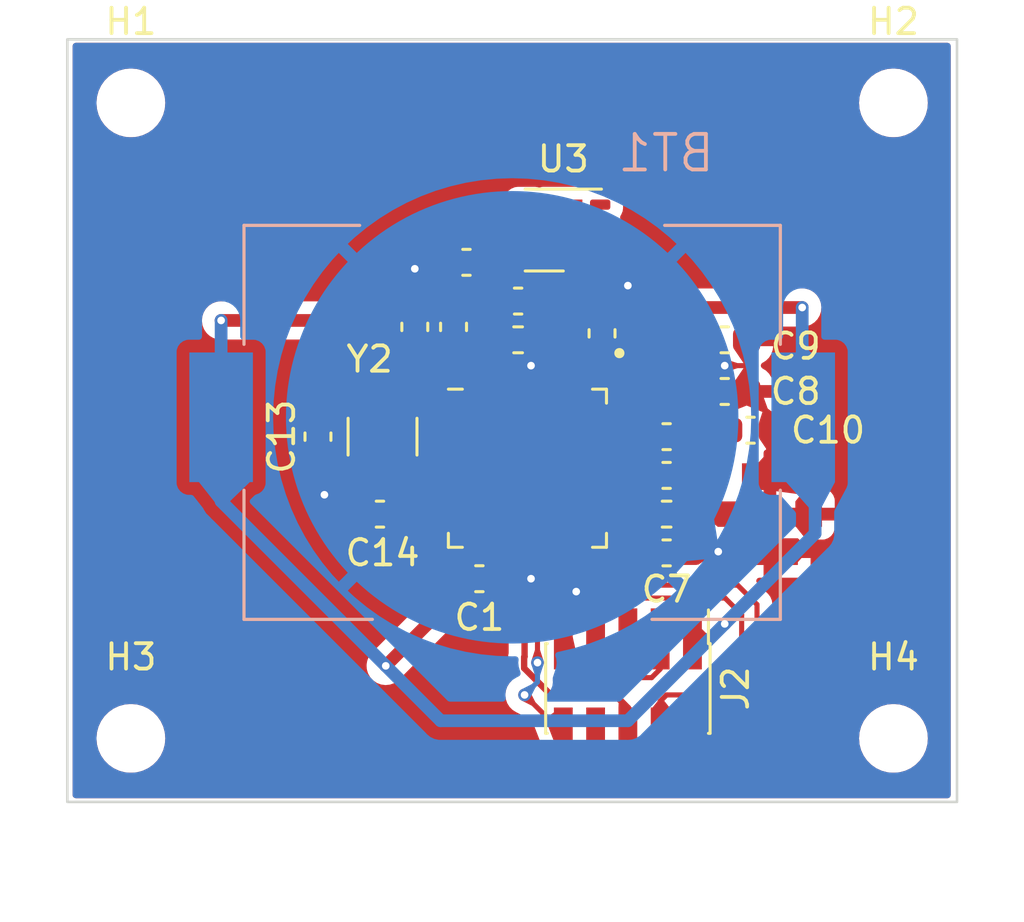
<source format=kicad_pcb>
(kicad_pcb (version 20221018) (generator pcbnew)
  (layers (0 "F.Cu" signal) (31 "B.Cu" signal) (34 "B.Paste" user) (35 "F.Paste" user) (36 "B.SilkS" user "B.Silkscreen") (37 "F.SilkS" user "F.Silkscreen") (38 "B.Mask" user) (39 "F.Mask" user) (44 "Edge.Cuts" user))
  (net 0 "")
  (net 1 "GND")
  (net 2 "+BATT")
  (net 3 "Net-(U2-DEC1)")
  (net 4 "Net-(U2-DEC2)")
  (net 5 "Net-(U2-DEC3)")
  (net 6 "Net-(U2-DEC4)")
  (net 7 "Net-(U2-ANT)")
  (net 8 "Net-(U2-XC1)")
  (net 9 "Net-(U2-XC2)")
  (net 10 "Net-(C10-Pad2)")
  (net 11 "Net-(U2-P0.00{slash}XL1)")
  (net 12 "Net-(U2-P0.01{slash}XL2)")
  (net 13 "Net-(J2-SWDIO{slash}TMS)")
  (net 14 "Net-(J2-SWDCLK{slash}TCK)")
  (net 15 "SWO")
  (net 18 "Net-(J2-~{RESET})")
  (net 19 "Net-(U2-DCC)")
  (net 40 "Net-(U2-P0.26)")
  (net 41 "Net-(U2-P0.27)")
  (footprint "Capacitor_SMD:C_0603_1608Metric_Pad1.08x0.95mm_HandSolder" (layer "F.Cu") (at 152.2995 90.678)
    (fp_text reference "C14" (at 0.1005 1.524) (layer "F.SilkS"))
    (fp_text value "9p")
    (fp_line (start -0.146267 -0.51) (end 0.146267 -0.51) (stroke (width 0.12)) (layer "F.SilkS"))
    (fp_line (start -0.146267 0.51) (end 0.146267 0.51) (stroke (width 0.12)) (layer "F.SilkS"))
    (pad "1" smd roundrect (at -0.8625 0) (size 1.075 0.95) (layers "F.Cu" "F.Paste" "F.Mask") (net 1 "GND"))
    (pad "2" smd roundrect (at 0.8625 0) (size 1.075 0.95) (layers "F.Cu" "F.Paste" "F.Mask") (net 12 "Net-(U2-P0.01{slash}XL2)"))
  )
  (footprint "Capacitor_SMD:C_0603_1608Metric_Pad1.08x0.95mm_HandSolder" (layer "F.Cu") (at 153.67 83.312 -90)
    (fp_text reference "C3" hide)
    (fp_text value "100n")
    (fp_line (start -0.146267 -0.51) (end 0.146267 -0.51) (stroke (width 0.12)) (layer "F.SilkS"))
    (fp_line (start -0.146267 0.51) (end 0.146267 0.51) (stroke (width 0.12)) (layer "F.SilkS"))
    (pad "1" smd roundrect (at -0.8625 0 270) (size 1.075 0.95) (layers "F.Cu" "F.Paste" "F.Mask") (net 1 "GND"))
    (pad "2" smd roundrect (at 0.8625 0 270) (size 1.075 0.95) (layers "F.Cu" "F.Paste" "F.Mask") (net 3 "Net-(U2-DEC1)"))
  )
  (footprint "Capacitor_SMD:C_0603_1608Metric_Pad1.08x0.95mm_HandSolder" (layer "F.Cu") (at 163.576 87.63 180)
    (fp_text reference "C5" hide)
    (fp_text value "100p")
    (fp_line (start -0.146267 -0.51) (end 0.146267 -0.51) (stroke (width 0.12)) (layer "F.SilkS"))
    (fp_line (start -0.146267 0.51) (end 0.146267 0.51) (stroke (width 0.12)) (layer "F.SilkS"))
    (pad "1" smd roundrect (at -0.8625 0 180) (size 1.075 0.95) (layers "F.Cu" "F.Paste" "F.Mask") (net 1 "GND"))
    (pad "2" smd roundrect (at 0.8625 0 180) (size 1.075 0.95) (layers "F.Cu" "F.Paste" "F.Mask") (net 5 "Net-(U2-DEC3)"))
  )
  (footprint "Package_DFN_QFN:QFN-48-1EP_6x6mm_P0.4mm_EP4.6x4.6mm" (layer "F.Cu") (at 158.1005 88.872)
    (fp_text reference "U2" hide)
    (fp_text value "nRF52832-QFxx")
    (fp_line (start -3.11 3.11) (end -3.11 2.56) (stroke (width 0.12)) (layer "F.SilkS"))
    (fp_line (start -2.56 -3.11) (end -3.11 -3.11) (stroke (width 0.12)) (layer "F.SilkS"))
    (fp_line (start -2.56 3.11) (end -3.11 3.11) (stroke (width 0.12)) (layer "F.SilkS"))
    (fp_line (start 2.56 -3.11) (end 3.11 -3.11) (stroke (width 0.12)) (layer "F.SilkS"))
    (fp_line (start 2.56 3.11) (end 3.11 3.11) (stroke (width 0.12)) (layer "F.SilkS"))
    (fp_line (start 3.11 -3.11) (end 3.11 -2.56) (stroke (width 0.12)) (layer "F.SilkS"))
    (fp_line (start 3.11 3.11) (end 3.11 2.56) (stroke (width 0.12)) (layer "F.SilkS"))
    (pad "1" smd roundrect (at -2.95 -2.2) (size 0.8 0.2) (layers "F.Cu" "F.Paste" "F.Mask") (net 3 "Net-(U2-DEC1)"))
    (pad "2" smd roundrect (at -2.95 -1.8) (size 0.8 0.2) (layers "F.Cu" "F.Paste" "F.Mask") (net 11 "Net-(U2-P0.00{slash}XL1)"))
    (pad "3" smd roundrect (at -2.95 -1.4) (size 0.8 0.2) (layers "F.Cu" "F.Paste" "F.Mask") (net 12 "Net-(U2-P0.01{slash}XL2)"))
    (pad "4" smd roundrect (at -2.95 -1) (size 0.8 0.2) (layers "F.Cu" "F.Paste" "F.Mask") (net 2 "+BATT"))
    (pad "5" smd roundrect (at -2.95 -0.6) (size 0.8 0.2) (layers "F.Cu" "F.Paste" "F.Mask"))
    (pad "6" smd roundrect (at -2.95 -0.2) (size 0.8 0.2) (layers "F.Cu" "F.Paste" "F.Mask"))
    (pad "7" smd roundrect (at -2.95 0.2) (size 0.8 0.2) (layers "F.Cu" "F.Paste" "F.Mask"))
    (pad "8" smd roundrect (at -2.95 0.6) (size 0.8 0.2) (layers "F.Cu" "F.Paste" "F.Mask"))
    (pad "9" smd roundrect (at -2.95 1) (size 0.8 0.2) (layers "F.Cu" "F.Paste" "F.Mask"))
    (pad "10" smd roundrect (at -2.95 1.4) (size 0.8 0.2) (layers "F.Cu" "F.Paste" "F.Mask"))
    (pad "11" smd roundrect (at -2.95 1.8) (size 0.8 0.2) (layers "F.Cu" "F.Paste" "F.Mask"))
    (pad "12" smd roundrect (at -2.95 2.2) (size 0.8 0.2) (layers "F.Cu" "F.Paste" "F.Mask"))
    (pad "13" smd roundrect (at -2.2 2.95) (size 0.2 0.8) (layers "F.Cu" "F.Paste" "F.Mask") (net 2 "+BATT"))
    (pad "14" smd roundrect (at -1.8 2.95) (size 0.2 0.8) (layers "F.Cu" "F.Paste" "F.Mask"))
    (pad "15" smd roundrect (at -1.4 2.95) (size 0.2 0.8) (layers "F.Cu" "F.Paste" "F.Mask"))
    (pad "16" smd roundrect (at -1 2.95) (size 0.2 0.8) (layers "F.Cu" "F.Paste" "F.Mask"))
    (pad "17" smd roundrect (at -0.6 2.95) (size 0.2 0.8) (layers "F.Cu" "F.Paste" "F.Mask") (net 1 "GND"))
    (pad "18" smd roundrect (at -0.2 2.95) (size 0.2 0.8) (layers "F.Cu" "F.Paste" "F.Mask"))
    (pad "19" smd roundrect (at 0.2 2.95) (size 0.2 0.8) (layers "F.Cu" "F.Paste" "F.Mask"))
    (pad "20" smd roundrect (at 0.6 2.95) (size 0.2 0.8) (layers "F.Cu" "F.Paste" "F.Mask"))
    (pad "21" smd roundrect (at 1 2.95) (size 0.2 0.8) (layers "F.Cu" "F.Paste" "F.Mask") (net 15 "SWO"))
    (pad "22" smd roundrect (at 1.4 2.95) (size 0.2 0.8) (layers "F.Cu" "F.Paste" "F.Mask"))
    (pad "23" smd roundrect (at 1.8 2.95) (size 0.2 0.8) (layers "F.Cu" "F.Paste" "F.Mask"))
    (pad "24" smd roundrect (at 2.2 2.95) (size 0.2 0.8) (layers "F.Cu" "F.Paste" "F.Mask") (net 18 "Net-(J2-~{RESET})"))
    (pad "25" smd roundrect (at 2.95 2.2) (size 0.8 0.2) (layers "F.Cu" "F.Paste" "F.Mask") (net 14 "Net-(J2-SWDCLK{slash}TCK)"))
    (pad "26" smd roundrect (at 2.95 1.8) (size 0.8 0.2) (layers "F.Cu" "F.Paste" "F.Mask") (net 13 "Net-(J2-SWDIO{slash}TMS)"))
    (pad "27" smd roundrect (at 2.95 1.4) (size 0.8 0.2) (layers "F.Cu" "F.Paste" "F.Mask"))
    (pad "28" smd roundrect (at 2.95 1) (size 0.8 0.2) (layers "F.Cu" "F.Paste" "F.Mask"))
    (pad "29" smd roundrect (at 2.95 0.6) (size 0.8 0.2) (layers "F.Cu" "F.Paste" "F.Mask"))
    (pad "30" smd roundrect (at 2.95 0.2) (size 0.8 0.2) (layers "F.Cu" "F.Paste" "F.Mask") (net 7 "Net-(U2-ANT)"))
    (pad "31" smd roundrect (at 2.95 -0.2) (size 0.8 0.2) (layers "F.Cu" "F.Paste" "F.Mask") (net 1 "GND"))
    (pad "32" smd roundrect (at 2.95 -0.6) (size 0.8 0.2) (layers "F.Cu" "F.Paste" "F.Mask") (net 4 "Net-(U2-DEC2)"))
    (pad "33" smd roundrect (at 2.95 -1) (size 0.8 0.2) (layers "F.Cu" "F.Paste" "F.Mask") (net 5 "Net-(U2-DEC3)"))
    (pad "34" smd roundrect (at 2.95 -1.4) (size 0.8 0.2) (layers "F.Cu" "F.Paste" "F.Mask") (net 8 "Net-(U2-XC1)"))
    (pad "35" smd roundrect (at 2.95 -1.8) (size 0.8 0.2) (layers "F.Cu" "F.Paste" "F.Mask") (net 9 "Net-(U2-XC2)"))
    (pad "36" smd roundrect (at 2.95 -2.2) (size 0.8 0.2) (layers "F.Cu" "F.Paste" "F.Mask") (net 2 "+BATT"))
    (pad "37" smd roundrect (at 2.2 -2.95) (size 0.2 0.8) (layers "F.Cu" "F.Paste" "F.Mask"))
    (pad "38" smd roundrect (at 1.8 -2.95) (size 0.2 0.8) (layers "F.Cu" "F.Paste" "F.Mask") (net 40 "Net-(U2-P0.26)"))
    (pad "39" smd roundrect (at 1.4 -2.95) (size 0.2 0.8) (layers "F.Cu" "F.Paste" "F.Mask") (net 41 "Net-(U2-P0.27)"))
    (pad "40" smd roundrect (at 1 -2.95) (size 0.2 0.8) (layers "F.Cu" "F.Paste" "F.Mask"))
    (pad "41" smd roundrect (at 0.6 -2.95) (size 0.2 0.8) (layers "F.Cu" "F.Paste" "F.Mask"))
    (pad "42" smd roundrect (at 0.2 -2.95) (size 0.2 0.8) (layers "F.Cu" "F.Paste" "F.Mask"))
    (pad "43" smd roundrect (at -0.2 -2.95) (size 0.2 0.8) (layers "F.Cu" "F.Paste" "F.Mask"))
    (pad "44" smd roundrect (at -0.6 -2.95) (size 0.2 0.8) (layers "F.Cu" "F.Paste" "F.Mask"))
    (pad "45" smd roundrect (at -1 -2.95) (size 0.2 0.8) (layers "F.Cu" "F.Paste" "F.Mask") (net 1 "GND"))
    (pad "46" smd roundrect (at -1.4 -2.95) (size 0.2 0.8) (layers "F.Cu" "F.Paste" "F.Mask") (net 6 "Net-(U2-DEC4)"))
    (pad "47" smd roundrect (at -1.8 -2.95) (size 0.2 0.8) (layers "F.Cu" "F.Paste" "F.Mask") (net 19 "Net-(U2-DCC)"))
    (pad "48" smd roundrect (at -2.2 -2.95) (size 0.2 0.8) (layers "F.Cu" "F.Paste" "F.Mask") (net 2 "+BATT"))
    (pad "49" smd rect (at 0 0) (size 4.6 4.6) (layers "F.Cu" "F.Mask") (net 1 "GND"))
  )
  (footprint "Capacitor_SMD:C_0603_1608Metric_Pad1.08x0.95mm_HandSolder" (layer "F.Cu") (at 165.862 83.82)
    (fp_text reference "C9" (at 2.794 0.254) (layer "F.SilkS"))
    (fp_text value "8p")
    (fp_line (start -0.146267 -0.51) (end 0.146267 -0.51) (stroke (width 0.12)) (layer "F.SilkS"))
    (fp_line (start -0.146267 0.51) (end 0.146267 0.51) (stroke (width 0.12)) (layer "F.SilkS"))
    (pad "1" smd roundrect (at -0.8625 0) (size 1.075 0.95) (layers "F.Cu" "F.Paste" "F.Mask") (net 9 "Net-(U2-XC2)"))
    (pad "2" smd roundrect (at 0.8625 0) (size 1.075 0.95) (layers "F.Cu" "F.Paste" "F.Mask") (net 1 "GND"))
  )
  (footprint "Capacitor_SMD:C_0603_1608Metric_Pad1.08x0.95mm_HandSolder" (layer "F.Cu") (at 163.576 89.154 180)
    (fp_text reference "C4" hide)
    (fp_text value "N/C")
    (fp_line (start -0.146267 -0.51) (end 0.146267 -0.51) (stroke (width 0.12)) (layer "F.SilkS"))
    (fp_line (start -0.146267 0.51) (end 0.146267 0.51) (stroke (width 0.12)) (layer "F.SilkS"))
    (pad "1" smd roundrect (at -0.8625 0 180) (size 1.075 0.95) (layers "F.Cu" "F.Paste" "F.Mask") (net 1 "GND"))
    (pad "2" smd roundrect (at 0.8625 0 180) (size 1.075 0.95) (layers "F.Cu" "F.Paste" "F.Mask") (net 4 "Net-(U2-DEC2)"))
  )
  (footprint "Capacitor_SMD:C_0603_1608Metric_Pad1.08x0.95mm_HandSolder" (layer "F.Cu") (at 149.86 87.63 90)
    (fp_text reference "C13" (at 0 -1.43 90) (layer "F.SilkS"))
    (fp_text value "9p")
    (fp_line (start -0.146267 -0.51) (end 0.146267 -0.51) (stroke (width 0.12)) (layer "F.SilkS"))
    (fp_line (start -0.146267 0.51) (end 0.146267 0.51) (stroke (width 0.12)) (layer "F.SilkS"))
    (pad "1" smd roundrect (at -0.8625 0 90) (size 1.075 0.95) (layers "F.Cu" "F.Paste" "F.Mask") (net 1 "GND"))
    (pad "2" smd roundrect (at 0.8625 0 90) (size 1.075 0.95) (layers "F.Cu" "F.Paste" "F.Mask") (net 11 "Net-(U2-P0.00{slash}XL1)"))
  )
  (footprint "MountingHole:MountingHole_2.2mm_M2" (layer "F.Cu") (at 142.5 74.5)
    (fp_text reference "H1" (at 0 -3.2) (layer "F.SilkS"))
    (fp_text value "MountingHole")
    (pad "" np_thru_hole circle (at 0 0) (size 2.2 2.2) (drill 2.2) (layers "*.Cu" "*.Mask"))
  )
  (footprint "_MyFootprints:AMPHENOL_A-1JB" (layer "F.Cu") (at 167.64 90.678 180)
    (fp_text reference "J3" hide)
    (fp_text value "A-1JB")
    (pad "GND1" smd rect (at 0 -1.475 180) (size 2.2 1.05) (layers "F.Cu" "F.Paste" "F.Mask") (net 1 "GND"))
    (pad "GND2" smd rect (at 0 1.475 180) (size 2.2 1.05) (layers "F.Cu" "F.Paste" "F.Mask") (net 1 "GND"))
    (pad "OPTIONAL_GND" smd rect (at -1.525 0 180) (size 1.05 1) (layers "F.Cu" "F.Paste" "F.Mask") (net 1 "GND"))
    (pad "SIGNAL" smd rect (at 1.525 0 180) (size 1.05 1) (layers "F.Cu" "F.Paste" "F.Mask") (net 10 "Net-(C10-Pad2)"))
  )
  (footprint "Resistor_SMD:R_1210_3225Metric" (layer "F.Cu") (at 152.4 87.63 90)
    (fp_text reference "Y2" (at 3.048 -0.508 180) (layer "F.SilkS"))
    (fp_text value "SC20S-9PF10PPM")
    (fp_line (start -0.723737 -1.355) (end 0.723737 -1.355) (stroke (width 0.12)) (layer "F.SilkS"))
    (fp_line (start -0.723737 1.355) (end 0.723737 1.355) (stroke (width 0.12)) (layer "F.SilkS"))
    (pad "1" smd roundrect (at -1.4625 0 90) (size 1.125 2.65) (layers "F.Cu" "F.Paste" "F.Mask") (roundrect_rratio 0.222222) (net 12 "Net-(U2-P0.01{slash}XL2)"))
    (pad "2" smd roundrect (at 1.4625 0 90) (size 1.125 2.65) (layers "F.Cu" "F.Paste" "F.Mask") (roundrect_rratio 0.222222) (net 11 "Net-(U2-P0.00{slash}XL1)"))
  )
  (footprint "MountingHole:MountingHole_2.2mm_M2" (layer "F.Cu") (at 172.5 99.5)
    (fp_text reference "H4" (at 0 -3.2) (layer "F.SilkS"))
    (fp_text value "MountingHole")
    (pad "" np_thru_hole circle (at 0 0) (size 2.2 2.2) (drill 2.2) (layers "*.Cu" "*.Mask"))
  )
  (footprint "Connector_PinHeader_1.27mm:PinHeader_2x05_P1.27mm_Vertical_SMD" (layer "F.Cu") (at 162.052 97.536 -90)
    (fp_text reference "J2" (at 0 -4.235 90) (layer "F.SilkS"))
    (fp_text value "Conn_ARM_JTAG_SWD_10")
    (fp_line (start -3.09 -3.17) (end -1.765 -3.17) (stroke (width 0.12)) (layer "F.SilkS"))
    (fp_line (start -1.765 -3.235) (end -1.765 -3.17) (stroke (width 0.12)) (layer "F.SilkS"))
    (fp_line (start -1.765 -3.235) (end 1.765 -3.235) (stroke (width 0.12)) (layer "F.SilkS"))
    (fp_line (start -1.765 3.17) (end -1.765 3.235) (stroke (width 0.12)) (layer "F.SilkS"))
    (fp_line (start -1.765 3.235) (end 1.765 3.235) (stroke (width 0.12)) (layer "F.SilkS"))
    (fp_line (start 1.765 -3.235) (end 1.765 -3.17) (stroke (width 0.12)) (layer "F.SilkS"))
    (fp_line (start 1.765 3.17) (end 1.765 3.235) (stroke (width 0.12)) (layer "F.SilkS"))
    (pad "1" smd rect (at -1.95 -2.54 270) (size 2.4 0.74) (layers "F.Cu" "F.Paste" "F.Mask") (net 2 "+BATT"))
    (pad "2" smd rect (at 1.95 -2.54 270) (size 2.4 0.74) (layers "F.Cu" "F.Paste" "F.Mask") (net 13 "Net-(J2-SWDIO{slash}TMS)"))
    (pad "3" smd rect (at -1.95 -1.27 270) (size 2.4 0.74) (layers "F.Cu" "F.Paste" "F.Mask") (net 1 "GND"))
    (pad "4" smd rect (at 1.95 -1.27 270) (size 2.4 0.74) (layers "F.Cu" "F.Paste" "F.Mask") (net 14 "Net-(J2-SWDCLK{slash}TCK)"))
    (pad "5" smd rect (at -1.95 0 270) (size 2.4 0.74) (layers "F.Cu" "F.Paste" "F.Mask") (net 1 "GND"))
    (pad "6" smd rect (at 1.95 0 270) (size 2.4 0.74) (layers "F.Cu" "F.Paste" "F.Mask") (net 15 "SWO"))
    (pad "7" smd rect (at -1.95 1.27 270) (size 2.4 0.74) (layers "F.Cu" "F.Paste" "F.Mask"))
    (pad "8" smd rect (at 1.95 1.27 270) (size 2.4 0.74) (layers "F.Cu" "F.Paste" "F.Mask"))
    (pad "9" smd rect (at -1.95 2.54 270) (size 2.4 0.74) (layers "F.Cu" "F.Paste" "F.Mask") (net 1 "GND"))
    (pad "10" smd rect (at 1.95 2.54 270) (size 2.4 0.74) (layers "F.Cu" "F.Paste" "F.Mask") (net 18 "Net-(J2-~{RESET})"))
  )
  (footprint "MountingHole:MountingHole_2.2mm_M2" (layer "F.Cu") (at 142.5 99.5)
    (fp_text reference "H3" (at 0 -3.2) (layer "F.SilkS"))
    (fp_text value "MountingHole")
    (pad "" np_thru_hole circle (at 0 0) (size 2.2 2.2) (drill 2.2) (layers "*.Cu" "*.Mask"))
  )
  (footprint "Package_DFN_QFN:DFN-6-1EP_3x3mm_P1mm_EP1.5x2.4mm" (layer "F.Cu") (at 159.512 79.502 180)
    (fp_text reference "U3" (at 0 2.794) (layer "F.SilkS"))
    (fp_text value "Si7021-A20")
    (fp_line (start -1.5 1.61) (end 1.5 1.61) (stroke (width 0.12)) (layer "F.SilkS"))
    (fp_line (start 0 -1.61) (end 1.5 -1.61) (stroke (width 0.12)) (layer "F.SilkS"))
    (pad "1" smd roundrect (at -1.45 -1 180) (size 0.8 0.4) (layers "F.Cu" "F.Paste" "F.Mask") (net 40 "Net-(U2-P0.26)"))
    (pad "2" smd roundrect (at -1.45 0 180) (size 0.8 0.4) (layers "F.Cu" "F.Paste" "F.Mask") (net 1 "GND"))
    (pad "3" smd roundrect (at -1.45 1 180) (size 0.8 0.4) (layers "F.Cu" "F.Paste" "F.Mask"))
    (pad "4" smd roundrect (at 1.45 1 180) (size 0.8 0.4) (layers "F.Cu" "F.Paste" "F.Mask"))
    (pad "5" smd roundrect (at 1.45 0 180) (size 0.8 0.4) (layers "F.Cu" "F.Paste" "F.Mask") (net 2 "+BATT"))
    (pad "6" smd roundrect (at 1.45 -1 180) (size 0.8 0.4) (layers "F.Cu" "F.Paste" "F.Mask") (net 41 "Net-(U2-P0.27)"))
    (pad "7" smd rect (at 0 0 180) (size 1.5 2.4) (layers "F.Cu" "F.Mask"))
  )
  (footprint "Capacitor_SMD:C_0603_1608Metric_Pad1.08x0.95mm_HandSolder" (layer "F.Cu") (at 157.734 82.296)
    (fp_text reference "C6" hide)
    (fp_text value "1u")
    (fp_line (start -0.146267 -0.51) (end 0.146267 -0.51) (stroke (width 0.12)) (layer "F.SilkS"))
    (fp_line (start -0.146267 0.51) (end 0.146267 0.51) (stroke (width 0.12)) (layer "F.SilkS"))
    (pad "1" smd roundrect (at -0.8625 0) (size 1.075 0.95) (layers "F.Cu" "F.Paste" "F.Mask") (net 1 "GND"))
    (pad "2" smd roundrect (at 0.8625 0) (size 1.075 0.95) (layers "F.Cu" "F.Paste" "F.Mask") (net 6 "Net-(U2-DEC4)"))
  )
  (footprint "Capacitor_SMD:C_0603_1608Metric_Pad1.08x0.95mm_HandSolder" (layer "F.Cu") (at 163.576 92.202 180)
    (fp_text reference "C7" (at 0 -1.43) (layer "F.SilkS"))
    (fp_text value ".8p")
    (fp_line (start -0.146267 -0.51) (end 0.146267 -0.51) (stroke (width 0.12)) (layer "F.SilkS"))
    (fp_line (start -0.146267 0.51) (end 0.146267 0.51) (stroke (width 0.12)) (layer "F.SilkS"))
    (pad "1" smd roundrect (at -0.8625 0 180) (size 1.075 0.95) (layers "F.Cu" "F.Paste" "F.Mask") (net 1 "GND"))
    (pad "2" smd roundrect (at 0.8625 0 180) (size 1.075 0.95) (layers "F.Cu" "F.Paste" "F.Mask") (net 7 "Net-(U2-ANT)"))
  )
  (footprint "Capacitor_SMD:C_0603_1608Metric_Pad1.08x0.95mm_HandSolder" (layer "F.Cu") (at 165.862 85.852)
    (fp_text reference "C8" (at 2.794 0) (layer "F.SilkS"))
    (fp_text value "8p")
    (fp_line (start -0.146267 -0.51) (end 0.146267 -0.51) (stroke (width 0.12)) (layer "F.SilkS"))
    (fp_line (start -0.146267 0.51) (end 0.146267 0.51) (stroke (width 0.12)) (layer "F.SilkS"))
    (pad "1" smd roundrect (at -0.8625 0) (size 1.075 0.95) (layers "F.Cu" "F.Paste" "F.Mask") (net 8 "Net-(U2-XC1)"))
    (pad "2" smd roundrect (at 0.8625 0) (size 1.075 0.95) (layers "F.Cu" "F.Paste" "F.Mask") (net 1 "GND"))
  )
  (footprint "Capacitor_SMD:C_0603_1608Metric_Pad1.08x0.95mm_HandSolder" (layer "F.Cu") (at 155.702 80.772 180)
    (fp_text reference "C15" hide)
    (fp_text value "100n")
    (fp_line (start -0.146267 -0.51) (end 0.146267 -0.51) (stroke (width 0.12)) (layer "F.SilkS"))
    (fp_line (start -0.146267 0.51) (end 0.146267 0.51) (stroke (width 0.12)) (layer "F.SilkS"))
    (pad "1" smd roundrect (at -0.8625 0 180) (size 1.075 0.95) (layers "F.Cu" "F.Paste" "F.Mask") (net 2 "+BATT"))
    (pad "2" smd roundrect (at 0.8625 0 180) (size 1.075 0.95) (layers "F.Cu" "F.Paste" "F.Mask") (net 1 "GND"))
  )
  (footprint "Capacitor_SMD:C_0603_1608Metric_Pad1.08x0.95mm_HandSolder" (layer "F.Cu") (at 161.036 83.566 90)
    (fp_text reference "C12" hide)
    (fp_text value "100n")
    (fp_line (start -0.146267 -0.51) (end 0.146267 -0.51) (stroke (width 0.12)) (layer "F.SilkS"))
    (fp_line (start -0.146267 0.51) (end 0.146267 0.51) (stroke (width 0.12)) (layer "F.SilkS"))
    (pad "1" smd roundrect (at -0.8625 0 90) (size 1.075 0.95) (layers "F.Cu" "F.Paste" "F.Mask") (net 2 "+BATT"))
    (pad "2" smd roundrect (at 0.8625 0 90) (size 1.075 0.95) (layers "F.Cu" "F.Paste" "F.Mask") (net 1 "GND"))
  )
  (footprint "Inductor_SMD:L_0603_1608Metric_Pad1.05x0.95mm_HandSolder" (layer "F.Cu") (at 157.734 83.82)
    (fp_text reference "L1" hide)
    (fp_text value "10uH")
    (fp_line (start -0.171267 -0.51) (end 0.171267 -0.51) (stroke (width 0.12)) (layer "F.SilkS"))
    (fp_line (start -0.171267 0.51) (end 0.171267 0.51) (stroke (width 0.12)) (layer "F.SilkS"))
    (pad "1" smd roundrect (at -0.875 0) (size 1.05 0.95) (layers "F.Cu" "F.Paste" "F.Mask") (net 19 "Net-(U2-DCC)"))
    (pad "2" smd roundrect (at 0.875 0) (size 1.05 0.95) (layers "F.Cu" "F.Paste" "F.Mask") (net 6 "Net-(U2-DEC4)"))
  )
  (footprint "Capacitor_SMD:C_0603_1608Metric_Pad1.08x0.95mm_HandSolder" (layer "F.Cu") (at 155.194 83.312 90)
    (fp_text reference "C2" hide)
    (fp_text value "100n")
    (fp_line (start -0.146267 -0.51) (end 0.146267 -0.51) (stroke (width 0.12)) (layer "F.SilkS"))
    (fp_line (start -0.146267 0.51) (end 0.146267 0.51) (stroke (width 0.12)) (layer "F.SilkS"))
    (pad "1" smd roundrect (at -0.8625 0 90) (size 1.075 0.95) (layers "F.Cu" "F.Paste" "F.Mask") (net 2 "+BATT"))
    (pad "2" smd roundrect (at 0.8625 0 90) (size 1.075 0.95) (layers "F.Cu" "F.Paste" "F.Mask") (net 1 "GND"))
  )
  (footprint "Capacitor_SMD:C_0603_1608Metric_Pad1.08x0.95mm_HandSolder" (layer "F.Cu") (at 156.21 93.218)
    (fp_text reference "C1" (at 0 1.524) (layer "F.SilkS"))
    (fp_text value "1u")
    (fp_line (start -0.146267 -0.51) (end 0.146267 -0.51) (stroke (width 0.12)) (layer "F.SilkS"))
    (fp_line (start -0.146267 0.51) (end 0.146267 0.51) (stroke (width 0.12)) (layer "F.SilkS"))
    (pad "1" smd roundrect (at -0.8625 0) (size 1.075 0.95) (layers "F.Cu" "F.Paste" "F.Mask") (net 2 "+BATT"))
    (pad "2" smd roundrect (at 0.8625 0) (size 1.075 0.95) (layers "F.Cu" "F.Paste" "F.Mask") (net 1 "GND"))
  )
  (footprint "MountingHole:MountingHole_2.2mm_M2" (layer "F.Cu") (at 172.5 74.5)
    (fp_text reference "H2" (at 0 -3.2) (layer "F.SilkS"))
    (fp_text value "MountingHole")
    (pad "" np_thru_hole circle (at 0 0) (size 2.2 2.2) (drill 2.2) (layers "*.Cu" "*.Mask"))
  )
  (footprint "Inductor_SMD:L_0603_1608Metric_Pad1.05x0.95mm_HandSolder" (layer "F.Cu") (at 163.576 90.678)
    (fp_text reference "L2" hide)
    (fp_text value "3.9nH")
    (fp_line (start -0.171267 -0.51) (end 0.171267 -0.51) (stroke (width 0.12)) (layer "F.SilkS"))
    (fp_line (start -0.171267 0.51) (end 0.171267 0.51) (stroke (width 0.12)) (layer "F.SilkS"))
    (pad "1" smd roundrect (at -0.875 0) (size 1.05 0.95) (layers "F.Cu" "F.Paste" "F.Mask") (net 7 "Net-(U2-ANT)"))
    (pad "2" smd roundrect (at 0.875 0) (size 1.05 0.95) (layers "F.Cu" "F.Paste" "F.Mask") (net 10 "Net-(C10-Pad2)"))
  )
  (footprint "_MyFootprints:OSC_XRCGB32M000F1H01R0" (layer "F.Cu") (at 163.068 85.344)
    (fp_text reference "Y1" hide)
    (fp_text value "XRCGB32M000F1H01R0")
    (fp_circle (center -1.35 -1) (end -1.25 -1) (stroke (width 0.2)) (fill none) (layer "F.SilkS"))
    (pad "1" smd rect (at -0.5 -0.675) (size 0.7 0.75) (layers "F.Cu" "F.Paste" "F.Mask") (net 9 "Net-(U2-XC2)"))
    (pad "2" smd rect (at -0.5 0.675) (size 0.7 0.75) (layers "F.Cu" "F.Paste" "F.Mask"))
    (pad "3" smd rect (at 0.5 0.675) (size 0.7 0.75) (layers "F.Cu" "F.Paste" "F.Mask") (net 8 "Net-(U2-XC1)"))
    (pad "4" smd rect (at 0.5 -0.675) (size 0.7 0.75) (layers "F.Cu" "F.Paste" "F.Mask"))
  )
  (footprint "Capacitor_SMD:C_0603_1608Metric_Pad1.08x0.95mm_HandSolder" (layer "F.Cu") (at 166.878 87.376 180)
    (fp_text reference "C10" (at -3.048 0) (layer "F.SilkS"))
    (fp_text value "1.2p")
    (fp_line (start -0.146267 -0.51) (end 0.146267 -0.51) (stroke (width 0.12)) (layer "F.SilkS"))
    (fp_line (start -0.146267 0.51) (end 0.146267 0.51) (stroke (width 0.12)) (layer "F.SilkS"))
    (pad "1" smd roundrect (at -0.8625 0 180) (size 1.075 0.95) (layers "F.Cu" "F.Paste" "F.Mask") (net 1 "GND"))
    (pad "2" smd roundrect (at 0.8625 0 180) (size 1.075 0.95) (layers "F.Cu" "F.Paste" "F.Mask") (net 10 "Net-(C10-Pad2)"))
  )
  (footprint "_MyFootprints:BAT_BAT-HLD-001" (layer "B.Cu") (at 157.5 86.868 180)
    (fp_text reference "BT1" (at -6.055 10.389) (layer "B.SilkS") (effects (font (size 1.4 1.4)) (justify mirror)))
    (fp_text value "BAT-HLD-001")
    (fp_line (start -10.55 -7.95) (end -5.5 -7.95) (stroke (width 0.127)) (layer "B.SilkS"))
    (fp_line (start -10.55 -2.87) (end -10.55 -7.95) (stroke (width 0.127)) (layer "B.SilkS"))
    (fp_line (start -10.55 2.87) (end -10.55 7.55) (stroke (width 0.127)) (layer "B.SilkS"))
    (fp_line (start -10.55 7.55) (end -6 7.55) (stroke (width 0.127)) (layer "B.SilkS"))
    (fp_line (start 5.5 -7.95) (end 10.55 -7.95) (stroke (width 0.127)) (layer "B.SilkS"))
    (fp_line (start 6 7.55) (end 10.55 7.55) (stroke (width 0.127)) (layer "B.SilkS"))
    (fp_line (start 10.55 -7.95) (end 10.55 -2.87) (stroke (width 0.127)) (layer "B.SilkS"))
    (fp_line (start 10.55 7.55) (end 10.55 2.87) (stroke (width 0.127)) (layer "B.SilkS"))
    (pad "N1" smd circle (at 0 0 180) (size 17.8 17.8) (layers "B.Cu" "B.Mask") (net 1 "GND"))
    (pad "P1" smd rect (at -11.45 0 180) (size 2.5 5.1) (layers "B.Cu" "B.Paste" "B.Mask") (net 2 "+BATT"))
    (pad "P2" smd rect (at 11.45 0 180) (size 2.5 5.1) (layers "B.Cu" "B.Paste" "B.Mask") (net 2 "+BATT"))
  )
  (gr_rect (start 140 72) (end 175 102) (stroke (width 0.1)) (fill none) (layer "Edge.Cuts"))
  (segment (start 166.7245 84.836) (end 166.7245 83.82) (width 0.2) (layer "F.Cu") (net 1))
  (segment (start 150.114 90.424) (end 150.368 90.678) (width 0.2) (layer "F.Cu") (net 1))
  (segment (start 162.052 95.586) (end 162.052 97.11) (width 0.2) (layer "F.Cu") (net 1))
  (segment (start 157.0725 93.218) (end 158.242 93.218) (width 0.2) (layer "F.Cu") (net 1))
  (segment (start 159.512 95.586) (end 159.512 94.234) (width 0.2) (layer "F.Cu") (net 1))
  (segment (start 157.1005 85.497736) (end 157.1005 85.922) (width 0.2) (layer "F.Cu") (net 1))
  (segment (start 167.64 89.203) (end 168.454 89.203) (width 0.2) (layer "F.Cu") (net 1))
  (segment (start 157.1005 87.872) (end 158.1005 88.872) (width 0.2) (layer "F.Cu") (net 1))
  (segment (start 157.5005 91.822) (end 157.5005 92.79) (width 0.2) (layer "F.Cu") (net 1))
  (segment (start 157.5005 91.822) (end 157.5005 89.472) (width 0.2) (layer "F.Cu") (net 1))
  (segment (start 162.052 79.502) (end 160.962 79.502) (width 0.2) (layer "F.Cu") (net 1))
  (segment (start 162.986 97.11) (end 163.322 96.774) (width 0.2) (layer "F.Cu") (net 1))
  (segment (start 167.7405 87.376) (end 167.7405 89.1025) (width 0.2) (layer "F.Cu") (net 1))
  (segment (start 155.194 82.4495) (end 155.3475 82.296) (width 0.2) (layer "F.Cu") (net 1))
  (segment (start 149.86 88.4925) (end 149.86 89.662) (width 0.2) (layer "F.Cu") (net 1))
  (segment (start 162.052 81.6875) (end 162.052 79.502) (width 0.2) (layer "F.Cu") (net 1))
  (segment (start 154.8395 82.095) (end 155.194 82.4495) (width 0.2) (layer "F.Cu") (net 1))
  (segment (start 161.0505 88.672) (end 158.3005 88.672) (width 0.2) (layer "F.Cu") (net 1))
  (segment (start 154.5855 81.026) (end 154.8395 80.772) (width 0.2) (layer "F.Cu") (net 1))
  (segment (start 157.762236 84.836) (end 157.1005 85.497736) (width 0.2) (layer "F.Cu") (net 1))
  (segment (start 167.7405 86.868) (end 166.7245 85.852) (width 0.2) (layer "F.Cu") (net 1))
  (segment (start 165.4545 86.614) (end 165.9625 86.614) (width 0.2) (layer "F.Cu") (net 1))
  (segment (start 168.656 92.456) (end 169.165 91.947) (width 0.2) (layer "F.Cu") (net 1))
  (segment (start 163.322 96.774) (end 163.322 95.586) (width 0.2) (layer "F.Cu") (net 1))
  (segment (start 157.5005 92.79) (end 157.0725 93.218) (width 0.2) (layer "F.Cu") (net 1))
  (segment (start 154.8395 80.772) (end 154.8395 82.095) (width 0.2) (layer "F.Cu") (net 1))
  (segment (start 164.4385 87.63) (end 165.4545 86.614) (width 0.2) (layer "F.Cu") (net 1))
  (segment (start 167.943 92.456) (end 168.656 92.456) (width 0.2) (layer "F.Cu") (net 1))
  (segment (start 166.7245 84.836) (end 165.862 84.836) (width 0.2) (layer "F.Cu") (net 1))
  (segment (start 160.206 97.11) (end 162.052 97.11) (width 0.2) (layer "F.Cu") (net 1))
  (segment (start 167.7405 87.376) (end 167.7405 86.868) (width 0.2) (layer "F.Cu") (net 1))
  (segment (start 169.165 91.947) (end 169.165 90.678) (width 0.2) (layer "F.Cu") (net 1))
  (segment (start 150.114 89.916) (end 150.114 90.424) (width 0.2) (layer "F.Cu") (net 1))
  (segment (start 164.4875 92.153) (end 167.64 92.153) (width 0.2) (layer "F.Cu") (net 1))
  (segment (start 158.3005 88.672) (end 158.1005 88.872) (width 0.2) (layer "F.Cu") (net 1))
  (segment (start 157.5005 89.472) (end 158.1005 88.872) (width 0.2) (layer "F.Cu") (net 1))
  (segment (start 153.67 82.4495) (end 155.194 82.4495) (width 0.2) (layer "F.Cu") (net 1))
  (segment (start 166.7245 85.852) (end 166.7245 84.836) (width 0.2) (layer "F.Cu") (net 1))
  (segment (start 164.4385 89.154) (end 164.4385 87.63) (width 0.2) (layer "F.Cu") (net 1))
  (segment (start 159.512 96.416) (end 160.206 97.11) (width 0.2) (layer "F.Cu") (net 1))
  (segment (start 158.242 84.836) (end 157.762236 84.836) (width 0.2) (layer "F.Cu") (net 1))
  (segment (start 167.64 92.153) (end 167.943 92.456) (width 0.2) (layer "F.Cu") (net 1))
  (segment (start 157.1005 85.922) (end 157.1005 87.872) (width 0.2) (layer "F.Cu") (net 1))
  (segment (start 155.3475 82.296) (end 156.8715 82.296) (width 0.2) (layer "F.Cu") (net 1))
  (segment (start 168.454 89.203) (end 169.165 89.914) (width 0.2) (layer "F.Cu") (net 1))
  (segment (start 159.512 95.586) (end 159.512 96.416) (width 0.2) (layer "F.Cu") (net 1))
  (segment (start 150.368 90.678) (end 151.437 90.678) (width 0.2) (layer "F.Cu") (net 1))
  (segment (start 149.86 89.662) (end 150.114 89.916) (width 0.2) (layer "F.Cu") (net 1))
  (segment (start 164.4385 92.202) (end 164.4875 92.153) (width 0.2) (layer "F.Cu") (net 1))
  (segment (start 159.512 94.234) (end 160.02 93.726) (width 0.2) (layer "F.Cu") (net 1))
  (segment (start 167.7405 89.1025) (end 167.64 89.203) (width 0.2) (layer "F.Cu") (net 1))
  (segment (start 153.67 81.026) (end 154.5855 81.026) (width 0.2) (layer "F.Cu") (net 1))
  (segment (start 165.9625 86.614) (end 166.7245 85.852) (width 0.2) (layer "F.Cu") (net 1))
  (segment (start 169.165 89.914) (end 169.165 90.678) (width 0.2) (layer "F.Cu") (net 1))
  (segment (start 162.052 97.11) (end 162.986 97.11) (width 0.2) (layer "F.Cu") (net 1))
  (segment (start 153.67 82.4495) (end 153.67 81.026) (width 0.2) (layer "F.Cu") (net 1))
  (segment (start 161.036 82.7035) (end 162.052 81.6875) (width 0.2) (layer "F.Cu") (net 1))
  (via (at 150.114 89.916) (size 0.5) (drill 0.3) (layers "F.Cu" "B.Cu") (net 1))
  (via (at 162.052 81.6875) (size 0.5) (drill 0.3) (layers "F.Cu" "B.Cu") (net 1))
  (via (at 165.608 92.153) (size 0.5) (drill 0.3) (layers "F.Cu" "B.Cu") (net 1))
  (via (at 153.67 81.026) (size 0.5) (drill 0.3) (layers "F.Cu" "B.Cu") (net 1))
  (via (at 160.02 93.726) (size 0.5) (drill 0.3) (layers "F.Cu" "B.Cu") (net 1))
  (via (at 158.242 93.218) (size 0.5) (drill 0.3) (layers "F.Cu" "B.Cu") (net 1))
  (via (at 158.242 84.836) (size 0.5) (drill 0.3) (layers "F.Cu" "B.Cu") (net 1))
  (via (at 165.862 84.836) (size 0.5) (drill 0.3) (layers "F.Cu" "B.Cu") (net 1))
  (segment (start 163.253 92.153) (end 157.968 86.868) (width 0.2) (layer "B.Cu") (net 1))
  (segment (start 165.608 92.153) (end 163.253 92.153) (width 0.5) (layer "B.Cu") (net 1))
  (segment (start 154.178 88.420236) (end 154.726236 87.872) (width 0.2) (layer "F.Cu") (net 2))
  (segment (start 155.9005 85.922) (end 155.194 85.2155) (width 0.2) (layer "F.Cu") (net 2))
  (segment (start 157.8345 79.502) (end 156.5645 80.772) (width 0.2) (layer "F.Cu") (net 2))
  (segment (start 154.178 92.0485) (end 154.178 88.420236) (width 0.2) (layer "F.Cu") (net 2))
  (segment (start 152.654 83.058) (end 152.654 81.334893) (width 0.2) (layer "F.Cu") (net 2))
  (segment (start 152.833 83.237) (end 154.2565 83.237) (width 0.2) (layer "F.Cu") (net 2))
  (segment (start 155.8025 80.01) (end 156.5645 80.772) (width 0.2) (layer "F.Cu") (net 2))
  (segment (start 161.0505 84.443) (end 161.036 84.4285) (width 0.2) (layer "F.Cu") (net 2))
  (segment (start 165.862 94.996) (end 165.272 95.586) (width 0.2) (layer "F.Cu") (net 2))
  (segment (start 158.062 79.502) (end 157.8345 79.502) (width 0.2) (layer "F.Cu") (net 2))
  (segment (start 155.3475 93.218) (end 155.3475 92.375) (width 0.2) (layer "F.Cu") (net 2))
  (segment (start 155.3475 93.8265) (end 152.527 96.647) (width 0.5) (layer "F.Cu") (net 2))
  (segment (start 153.978893 80.01) (end 155.8025 80.01) (width 0.2) (layer "F.Cu") (net 2))
  (segment (start 155.3475 93.218) (end 155.3475 93.8265) (width 0.2) (layer "F.Cu") (net 2))
  (segment (start 152.654 81.334893) (end 153.978893 80.01) (width 0.2) (layer "F.Cu") (net 2))
  (segment (start 155.194 85.2155) (end 155.194 84.1745) (width 0.2) (layer "F.Cu") (net 2))
  (segment (start 155.3475 93.218) (end 154.178 92.0485) (width 0.2) (layer "F.Cu") (net 2))
  (segment (start 152.654 83.058) (end 146.05 83.058) (width 0.5) (layer "F.Cu") (net 2))
  (segment (start 155.3475 92.375) (end 155.9005 91.822) (width 0.2) (layer "F.Cu") (net 2))
  (segment (start 162.9145 82.55) (end 161.036 84.4285) (width 0.5) (layer "F.Cu") (net 2))
  (segment (start 154.726236 87.872) (end 155.1505 87.872) (width 0.2) (layer "F.Cu") (net 2))
  (segment (start 161.0505 86.672) (end 161.0505 84.443) (width 0.2) (layer "F.Cu") (net 2))
  (segment (start 154.2565 83.237) (end 155.194 84.1745) (width 0.2) (layer "F.Cu") (net 2))
  (segment (start 165.272 95.586) (end 164.592 95.586) (width 0.2) (layer "F.Cu") (net 2))
  (segment (start 168.91 82.55) (end 162.9145 82.55) (width 0.5) (layer "F.Cu") (net 2))
  (segment (start 152.654 83.058) (end 152.833 83.237) (width 0.2) (layer "F.Cu") (net 2))
  (via (at 152.527 96.647) (size 0.5) (drill 0.3) (layers "F.Cu" "B.Cu") (net 2))
  (via (at 168.91 82.55) (size 0.5) (drill 0.3) (layers "F.Cu" "B.Cu") (net 2))
  (via (at 146.05 83.058) (size 0.5) (drill 0.3) (layers "F.Cu" "B.Cu") (net 2))
  (via (at 165.862 94.996) (size 0.5) (drill 0.3) (layers "F.Cu" "B.Cu") (net 2))
  (segment (start 152.527 96.647) (end 154.686 98.806) (width 0.5) (layer "B.Cu") (net 2))
  (segment (start 168.91 82.55) (end 168.91 84.328) (width 0.5) (layer "B.Cu") (net 2))
  (segment (start 146.05 84.916) (end 146.518 85.384) (width 0.5) (layer "B.Cu") (net 2))
  (segment (start 169.418 91.44) (end 165.862 94.996) (width 0.5) (layer "B.Cu") (net 2))
  (segment (start 154.686 98.806) (end 162.052 98.806) (width 0.5) (layer "B.Cu") (net 2))
  (segment (start 162.052 98.806) (end 165.862 94.996) (width 0.5) (layer "B.Cu") (net 2))
  (segment (start 152.527 96.647) (end 146.05 90.17) (width 0.5) (layer "B.Cu") (net 2))
  (segment (start 146.05 90.17) (end 146.05 86.868) (width 0.5) (layer "B.Cu") (net 2))
  (segment (start 146.05 83.058) (end 146.05 84.916) (width 0.5) (layer "B.Cu") (net 2))
  (segment (start 146.518 85.384) (end 146.518 86.868) (width 0.2) (layer "B.Cu") (net 2))
  (segment (start 168.91 84.328) (end 169.418 84.836) (width 0.5) (layer "B.Cu") (net 2))
  (segment (start 169.418 84.836) (end 169.418 91.44) (width 0.5) (layer "B.Cu") (net 2))
  (segment (start 155.1505 86.5705) (end 153.67 85.09) (width 0.2) (layer "F.Cu") (net 3))
  (segment (start 153.67 85.09) (end 153.67 84.1745) (width 0.2) (layer "F.Cu") (net 3))
  (segment (start 155.1505 86.672) (end 155.1505 86.5705) (width 0.2) (layer "F.Cu") (net 3))
  (segment (start 162.7135 89.154) (end 162.502571 88.943071) (width 0.2) (layer "F.Cu") (net 4))
  (segment (start 162.128571 88.272) (end 161.0505 88.272) (width 0.2) (layer "F.Cu") (net 4))
  (segment (start 162.502571 88.646) (end 162.128571 88.272) (width 0.2) (layer "F.Cu") (net 4))
  (segment (start 162.502571 88.943071) (end 162.502571 88.646) (width 0.2) (layer "F.Cu") (net 4))
  (segment (start 162.4715 87.872) (end 161.0505 87.872) (width 0.2) (layer "F.Cu") (net 5))
  (segment (start 162.7135 87.63) (end 162.4715 87.872) (width 0.2) (layer "F.Cu") (net 5))
  (segment (start 156.7005 85.3615) (end 158.242 83.82) (width 0.2) (layer "F.Cu") (net 6))
  (segment (start 158.609 83.82) (end 158.609 82.3085) (width 0.2) (layer "F.Cu") (net 6))
  (segment (start 156.7005 85.922) (end 156.7005 85.3615) (width 0.2) (layer "F.Cu") (net 6))
  (segment (start 158.242 83.82) (end 158.609 83.82) (width 0.2) (layer "F.Cu") (net 6))
  (segment (start 158.609 82.3085) (end 158.5965 82.296) (width 0.2) (layer "F.Cu") (net 6))
  (segment (start 162.306 90.678) (end 162.701 90.678) (width 0.2) (layer "F.Cu") (net 7))
  (segment (start 161.474764 89.072) (end 161.798 89.395236) (width 0.2) (layer "F.Cu") (net 7))
  (segment (start 161.798 89.395236) (end 161.798 90.17) (width 0.2) (layer "F.Cu") (net 7))
  (segment (start 162.701 92.1895) (end 162.701 90.678) (width 0.2) (layer "F.Cu") (net 7))
  (segment (start 161.798 90.17) (end 162.306 90.678) (width 0.2) (layer "F.Cu") (net 7))
  (segment (start 161.0505 89.072) (end 161.474764 89.072) (width 0.2) (layer "F.Cu") (net 7))
  (segment (start 162.7135 92.202) (end 162.701 92.1895) (width 0.2) (layer "F.Cu") (net 7))
  (segment (start 161.0505 87.472) (end 161.926 87.472) (width 0.2) (layer "F.Cu") (net 8))
  (segment (start 162.248571 86.868) (end 163.294 86.868) (width 0.2) (layer "F.Cu") (net 8))
  (segment (start 163.568 86.019) (end 164.8325 86.019) (width 0.2) (layer "F.Cu") (net 8))
  (segment (start 163.568 86.594) (end 163.568 86.019) (width 0.2) (layer "F.Cu") (net 8))
  (segment (start 163.294 86.868) (end 163.568 86.594) (width 0.2) (layer "F.Cu") (net 8))
  (segment (start 161.926 87.472) (end 161.926 87.190571) (width 0.2) (layer "F.Cu") (net 8))
  (segment (start 161.926 87.190571) (end 162.248571 86.868) (width 0.2) (layer "F.Cu") (net 8))
  (segment (start 164.8325 86.019) (end 164.9995 85.852) (width 0.2) (layer "F.Cu") (net 8))
  (segment (start 162.568 84.094) (end 162.568 84.669) (width 0.2) (layer "F.Cu") (net 9))
  (segment (start 161.549596 87.072) (end 161.0505 87.072) (width 0.2) (layer "F.Cu") (net 9))
  (segment (start 162.568 84.669) (end 161.775798 85.461202) (width 0.2) (layer "F.Cu") (net 9))
  (segment (start 164.9995 83.82) (end 162.842 83.82) (width 0.2) (layer "F.Cu") (net 9))
  (segment (start 161.775798 85.461202) (end 161.775798 86.845798) (width 0.2) (layer "F.Cu") (net 9))
  (segment (start 161.775798 86.845798) (end 161.549596 87.072) (width 0.2) (layer "F.Cu") (net 9))
  (segment (start 162.842 83.82) (end 162.568 84.094) (width 0.2) (layer "F.Cu") (net 9))
  (segment (start 165.862 87.376) (end 165.608 87.63) (width 0.2) (layer "F.Cu") (net 10))
  (segment (start 165.608 87.63) (end 165.608 90.424) (width 0.2) (layer "F.Cu") (net 10))
  (segment (start 164.451 90.678) (end 166.115 90.678) (width 0.2) (layer "F.Cu") (net 10))
  (segment (start 166.0155 87.376) (end 165.862 87.376) (width 0.2) (layer "F.Cu") (net 10))
  (segment (start 149.86 86.7675) (end 150.46 86.1675) (width 0.2) (layer "F.Cu") (net 11))
  (segment (start 150.46 86.1675) (end 152.4 86.1675) (width 0.2) (layer "F.Cu") (net 11))
  (segment (start 155.1505 87.072) (end 153.3045 87.072) (width 0.2) (layer "F.Cu") (net 11))
  (segment (start 153.3045 87.072) (end 152.4 86.1675) (width 0.2) (layer "F.Cu") (net 11))
  (segment (start 153.162 90.678) (end 153.162 89.8545) (width 0.2) (layer "F.Cu") (net 12))
  (segment (start 154.0205 87.472) (end 152.4 89.0925) (width 0.2) (layer "F.Cu") (net 12))
  (segment (start 153.162 89.8545) (end 152.4 89.0925) (width 0.2) (layer "F.Cu") (net 12))
  (segment (start 155.1505 87.472) (end 154.0205 87.472) (width 0.2) (layer "F.Cu") (net 12))
  (segment (start 161.798 92.964) (end 161.798 90.932) (width 0.2) (layer "F.Cu") (net 13))
  (segment (start 162.306 93.472) (end 161.798 92.964) (width 0.2) (layer "F.Cu") (net 13))
  (segment (start 161.798 90.932) (end 161.538 90.672) (width 0.2) (layer "F.Cu") (net 13))
  (segment (start 164.592 98.806) (end 167.132 96.266) (width 0.2) (layer "F.Cu") (net 13))
  (segment (start 167.132 94.234) (end 166.37 93.472) (width 0.2) (layer "F.Cu") (net 13))
  (segment (start 167.132 96.266) (end 167.132 94.234) (width 0.2) (layer "F.Cu") (net 13))
  (segment (start 161.538 90.672) (end 161.0505 90.672) (width 0.2) (layer "F.Cu") (net 13))
  (segment (start 166.37 93.472) (end 162.306 93.472) (width 0.2) (layer "F.Cu") (net 13))
  (segment (start 164.592 99.486) (end 164.592 98.806) (width 0.2) (layer "F.Cu") (net 13))
  (segment (start 166.528 95.91) (end 166.528 94.632974) (width 0.2) (layer "F.Cu") (net 14))
  (segment (start 163.322 99.486) (end 163.322 98.044) (width 0.2) (layer "F.Cu") (net 14))
  (segment (start 161.0505 93.2325) (end 161.0505 91.072) (width 0.2) (layer "F.Cu") (net 14))
  (segment (start 163.576 97.79) (end 164.648 97.79) (width 0.2) (layer "F.Cu") (net 14))
  (segment (start 166.528 94.632974) (end 165.875026 93.98) (width 0.2) (layer "F.Cu") (net 14))
  (segment (start 161.798 93.98) (end 161.0505 93.2325) (width 0.2) (layer "F.Cu") (net 14))
  (segment (start 163.322 98.044) (end 163.576 97.79) (width 0.2) (layer "F.Cu") (net 14))
  (segment (start 165.875026 93.98) (end 161.798 93.98) (width 0.2) (layer "F.Cu") (net 14))
  (segment (start 164.648 97.79) (end 166.528 95.91) (width 0.2) (layer "F.Cu") (net 14))
  (segment (start 162.052 98.299) (end 161.543 97.79) (width 0.25) (layer "F.Cu") (net 15))
  (segment (start 157.971 96.302537) (end 157.988 96.285537) (width 0.25) (layer "F.Cu") (net 15))
  (segment (start 157.988 94.46567) (end 159.1005 93.35317) (width 0.25) (layer "F.Cu") (net 15))
  (segment (start 157.988 96.285537) (end 157.988 94.46567) (width 0.25) (layer "F.Cu") (net 15))
  (segment (start 159.1005 93.35317) (end 159.1005 91.822) (width 0.25) (layer "F.Cu") (net 15))
  (segment (start 162.052 99.486) (end 162.052 98.299) (width 0.25) (layer "F.Cu") (net 15))
  (segment (start 161.543 97.79) (end 159.023537 97.79) (width 0.25) (layer "F.Cu") (net 15))
  (segment (start 157.971 96.737463) (end 157.971 96.302537) (width 0.25) (layer "F.Cu") (net 15))
  (segment (start 159.023537 97.79) (end 157.971 96.737463) (width 0.25) (layer "F.Cu") (net 15))
  (segment (start 157.988 97.79) (end 159.512 99.314) (width 0.2) (layer "F.Cu") (net 18))
  (segment (start 158.496 96.52) (end 158.496 94.488) (width 0.2) (layer "F.Cu") (net 18))
  (segment (start 159.512 99.314) (end 159.512 99.486) (width 0.2) (layer "F.Cu") (net 18))
  (segment (start 160.3005 92.6835) (end 160.3005 91.822) (width 0.2) (layer "F.Cu") (net 18))
  (segment (start 158.496 94.488) (end 160.3005 92.6835) (width 0.2) (layer "F.Cu") (net 18))
  (via (at 157.988 97.79) (size 0.5) (drill 0.3) (layers "F.Cu" "B.Cu") (net 18))
  (via (at 158.496 96.52) (size 0.5) (drill 0.3) (layers "F.Cu" "B.Cu") (net 18))
  (segment (start 157.988 97.79) (end 158.496 97.282) (width 0.2) (layer "B.Cu") (net 18))
  (segment (start 158.496 97.282) (end 158.496 96.52) (width 0.2) (layer "B.Cu") (net 18))
  (segment (start 156.3005 84.3785) (end 156.859 83.82) (width 0.2) (layer "F.Cu") (net 19))
  (segment (start 156.3005 85.922) (end 156.3005 84.3785) (width 0.2) (layer "F.Cu") (net 19))
  (segment (start 160.962 80.502) (end 159.8505 81.6135) (width 0.2) (layer "F.Cu") (net 40))
  (segment (start 159.8505 81.6135) (end 159.8505 85.4135) (width 0.2) (layer "F.Cu") (net 40))
  (segment (start 159.9005 85.4635) (end 159.9005 85.922) (width 0.2) (layer "F.Cu") (net 40))
  (segment (start 159.8505 85.4135) (end 159.9005 85.4635) (width 0.2) (layer "F.Cu") (net 40))
  (segment (start 159.258 81.28) (end 159.5005 81.5225) (width 0.2) (layer "F.Cu") (net 41))
  (segment (start 159.5005 81.5225) (end 159.5005 85.922) (width 0.2) (layer "F.Cu") (net 41))
  (segment (start 158.84 81.28) (end 159.258 81.28) (width 0.2) (layer "F.Cu") (net 41))
  (segment (start 158.062 80.502) (end 158.84 81.28) (width 0.2) (layer "F.Cu") (net 41))
  (zone (net 1) (net_name "GND") (layer "F.Cu") (priority 1) (connect_pads (clearance 0.5)) (min_thickness 0.25) (fill yes (thermal_gap 0.5) (thermal_bridge_width 0.5))
    (polygon (pts (xy 140.208 72.136) (xy 174.752 72.136) (xy 174.752 101.854) (xy 140.208 101.854)))
  )
  (zone (net 1) (net_name "GND") (layer "B.Cu") (connect_pads (clearance 0.5)) (min_thickness 0.25) (fill yes (thermal_gap 0.5) (thermal_bridge_width 0.5))
    (polygon (pts (xy 140.208 72.136) (xy 174.752 72.136) (xy 174.752 101.854) (xy 140.208 101.854)))
  )
)
</source>
